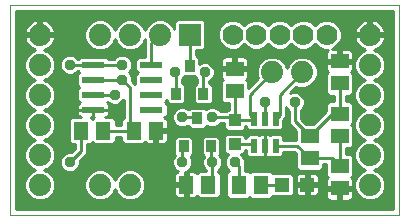
<source format=gtl>
G75*
%MOIN*%
%OFA0B0*%
%FSLAX25Y25*%
%IPPOS*%
%LPD*%
%AMOC8*
5,1,8,0,0,1.08239X$1,22.5*
%
%ADD10C,0.00000*%
%ADD11R,0.05118X0.05906*%
%ADD12R,0.05906X0.05118*%
%ADD13R,0.02000X0.04800*%
%ADD14R,0.07800X0.02100*%
%ADD15R,0.03937X0.03937*%
%ADD16R,0.03200X0.04000*%
%ADD17C,0.07400*%
%ADD18R,0.07400X0.07400*%
%ADD19C,0.07000*%
%ADD20R,0.05118X0.06299*%
%ADD21R,0.04724X0.04724*%
%ADD22C,0.01000*%
%ADD23C,0.03762*%
D10*
X0001500Y0001500D02*
X0001500Y0071461D01*
X0131201Y0071461D01*
X0131201Y0001500D01*
X0001500Y0001500D01*
D11*
X0025260Y0029500D03*
X0032740Y0029500D03*
X0042760Y0029500D03*
X0050240Y0029500D03*
X0060260Y0011500D03*
X0067740Y0011500D03*
D12*
X0101500Y0020260D03*
X0111500Y0017740D03*
X0111500Y0010260D03*
X0111500Y0027760D03*
X0101500Y0027740D03*
X0111500Y0035240D03*
X0111500Y0045260D03*
X0111500Y0052740D03*
X0076500Y0050240D03*
X0076500Y0042760D03*
D13*
X0082760Y0033500D03*
X0086500Y0033500D03*
X0090240Y0033500D03*
X0090240Y0024500D03*
X0086500Y0024500D03*
X0082760Y0024500D03*
D14*
X0048700Y0036500D03*
X0048700Y0041500D03*
X0048700Y0046500D03*
X0048700Y0051500D03*
X0029300Y0051500D03*
X0029300Y0046500D03*
X0029300Y0041500D03*
X0029300Y0036500D03*
D15*
X0076500Y0032937D03*
X0076500Y0025063D03*
D16*
X0068528Y0024276D03*
X0059472Y0024276D03*
X0064000Y0033724D03*
X0066028Y0041776D03*
X0056972Y0041776D03*
X0061500Y0051224D03*
D17*
X0051500Y0061500D03*
X0041500Y0061500D03*
X0031500Y0061500D03*
X0011500Y0061500D03*
X0011500Y0051500D03*
X0011500Y0041500D03*
X0011500Y0031500D03*
X0011500Y0021500D03*
X0011500Y0011500D03*
X0031500Y0011500D03*
X0041500Y0011500D03*
X0089000Y0049000D03*
X0099000Y0049000D03*
X0121500Y0051500D03*
X0121500Y0041500D03*
X0121500Y0031500D03*
X0121500Y0021500D03*
X0121500Y0011500D03*
X0121500Y0061500D03*
D18*
X0061500Y0061500D03*
D19*
X0075831Y0061500D03*
X0083665Y0061500D03*
X0091500Y0061500D03*
X0099335Y0061500D03*
X0107169Y0061500D03*
D20*
X0085240Y0011500D03*
X0077760Y0011500D03*
D21*
X0092366Y0011500D03*
X0100634Y0011500D03*
D22*
X0101134Y0011485D02*
X0107047Y0011485D01*
X0107047Y0010760D02*
X0111000Y0010760D01*
X0111000Y0009760D01*
X0107047Y0009760D01*
X0107047Y0007503D01*
X0107149Y0007122D01*
X0107347Y0006780D01*
X0107626Y0006500D01*
X0107968Y0006303D01*
X0108350Y0006201D01*
X0111000Y0006201D01*
X0111000Y0009760D01*
X0112000Y0009760D01*
X0112000Y0010760D01*
X0115953Y0010760D01*
X0115953Y0013016D01*
X0115851Y0013398D01*
X0115653Y0013740D01*
X0115393Y0014000D01*
X0115953Y0014560D01*
X0115953Y0020921D01*
X0115074Y0021799D01*
X0113500Y0021799D01*
X0113500Y0023701D01*
X0115074Y0023701D01*
X0115953Y0024579D01*
X0115953Y0030940D01*
X0115393Y0031500D01*
X0115953Y0032060D01*
X0115953Y0038421D01*
X0115074Y0039299D01*
X0113500Y0039299D01*
X0113500Y0041201D01*
X0115074Y0041201D01*
X0115953Y0042079D01*
X0115953Y0048440D01*
X0115393Y0049000D01*
X0115653Y0049260D01*
X0115851Y0049602D01*
X0115953Y0049984D01*
X0115953Y0052240D01*
X0112000Y0052240D01*
X0112000Y0053240D01*
X0115953Y0053240D01*
X0115953Y0055497D01*
X0115851Y0055878D01*
X0115653Y0056220D01*
X0115374Y0056499D01*
X0115032Y0056697D01*
X0114650Y0056799D01*
X0112000Y0056799D01*
X0112000Y0053240D01*
X0111000Y0053240D01*
X0111000Y0052240D01*
X0107047Y0052240D01*
X0107047Y0049984D01*
X0107149Y0049602D01*
X0107347Y0049260D01*
X0107607Y0049000D01*
X0107047Y0048440D01*
X0107047Y0042079D01*
X0107926Y0041201D01*
X0109500Y0041201D01*
X0109500Y0039299D01*
X0107926Y0039299D01*
X0107047Y0038421D01*
X0107047Y0036116D01*
X0107000Y0036069D01*
X0102731Y0031799D01*
X0100269Y0031799D01*
X0098500Y0033569D01*
X0098500Y0036218D01*
X0099366Y0037085D01*
X0099881Y0038327D01*
X0099881Y0039673D01*
X0099366Y0040915D01*
X0098415Y0041866D01*
X0097173Y0042381D01*
X0095827Y0042381D01*
X0094773Y0041944D01*
X0097020Y0044192D01*
X0097966Y0043800D01*
X0100034Y0043800D01*
X0101946Y0044592D01*
X0103408Y0046054D01*
X0104200Y0047966D01*
X0104200Y0050034D01*
X0103408Y0051946D01*
X0101946Y0053408D01*
X0100034Y0054200D01*
X0097966Y0054200D01*
X0096054Y0053408D01*
X0094592Y0051946D01*
X0094000Y0050517D01*
X0093408Y0051946D01*
X0091946Y0053408D01*
X0090034Y0054200D01*
X0087966Y0054200D01*
X0086054Y0053408D01*
X0084592Y0051946D01*
X0083800Y0050034D01*
X0083800Y0047966D01*
X0084192Y0047020D01*
X0080953Y0043781D01*
X0080953Y0045940D01*
X0080393Y0046500D01*
X0080653Y0046760D01*
X0080851Y0047102D01*
X0080953Y0047484D01*
X0080953Y0049740D01*
X0077000Y0049740D01*
X0077000Y0050740D01*
X0080953Y0050740D01*
X0080953Y0052997D01*
X0080851Y0053378D01*
X0080653Y0053720D01*
X0080374Y0053999D01*
X0080032Y0054197D01*
X0079650Y0054299D01*
X0077000Y0054299D01*
X0077000Y0050740D01*
X0076000Y0050740D01*
X0076000Y0049740D01*
X0072047Y0049740D01*
X0072047Y0047484D01*
X0072149Y0047102D01*
X0072347Y0046760D01*
X0072607Y0046500D01*
X0072047Y0045940D01*
X0072047Y0039579D01*
X0072926Y0038701D01*
X0074500Y0038701D01*
X0074500Y0036405D01*
X0073910Y0036405D01*
X0073505Y0036000D01*
X0071782Y0036000D01*
X0070915Y0036866D01*
X0069673Y0037381D01*
X0068327Y0037381D01*
X0067085Y0036866D01*
X0066832Y0036614D01*
X0066221Y0037224D01*
X0061779Y0037224D01*
X0061168Y0036614D01*
X0060915Y0036866D01*
X0059673Y0037381D01*
X0058327Y0037381D01*
X0057085Y0036866D01*
X0056134Y0035915D01*
X0055619Y0034673D01*
X0055619Y0033327D01*
X0056134Y0032085D01*
X0057085Y0031134D01*
X0058327Y0030619D01*
X0059673Y0030619D01*
X0060900Y0031127D01*
X0060900Y0031103D01*
X0061779Y0030224D01*
X0066221Y0030224D01*
X0067100Y0031103D01*
X0067100Y0031127D01*
X0068327Y0030619D01*
X0069673Y0030619D01*
X0070915Y0031134D01*
X0071782Y0032000D01*
X0073031Y0032000D01*
X0073031Y0030347D01*
X0073910Y0029469D01*
X0079090Y0029469D01*
X0079968Y0030347D01*
X0079968Y0030937D01*
X0080260Y0030937D01*
X0080260Y0030479D01*
X0081138Y0029600D01*
X0084381Y0029600D01*
X0084630Y0029849D01*
X0084879Y0029600D01*
X0088121Y0029600D01*
X0088370Y0029849D01*
X0088619Y0029600D01*
X0091862Y0029600D01*
X0092740Y0030479D01*
X0092740Y0033172D01*
X0093500Y0033931D01*
X0093500Y0037407D01*
X0093634Y0037085D01*
X0094500Y0036218D01*
X0094500Y0031912D01*
X0097047Y0029364D01*
X0097047Y0026500D01*
X0092740Y0026500D01*
X0092740Y0027521D01*
X0091862Y0028400D01*
X0088619Y0028400D01*
X0088356Y0028138D01*
X0088079Y0028298D01*
X0087697Y0028400D01*
X0086500Y0028400D01*
X0086500Y0024500D01*
X0086500Y0024500D01*
X0086500Y0020600D01*
X0087697Y0020600D01*
X0088079Y0020702D01*
X0088356Y0020862D01*
X0088619Y0020600D01*
X0091862Y0020600D01*
X0092740Y0021479D01*
X0092740Y0022500D01*
X0096431Y0022500D01*
X0097047Y0021884D01*
X0097047Y0017079D01*
X0097926Y0016201D01*
X0105074Y0016201D01*
X0105953Y0017079D01*
X0105953Y0018260D01*
X0107047Y0018260D01*
X0107047Y0014560D01*
X0107607Y0014000D01*
X0107347Y0013740D01*
X0107149Y0013398D01*
X0107047Y0013016D01*
X0107047Y0010760D01*
X0107047Y0009488D02*
X0104496Y0009488D01*
X0104496Y0008940D02*
X0104496Y0011000D01*
X0101134Y0011000D01*
X0101134Y0012000D01*
X0104496Y0012000D01*
X0104496Y0014060D01*
X0104394Y0014441D01*
X0104196Y0014783D01*
X0103917Y0015062D01*
X0103575Y0015260D01*
X0103194Y0015362D01*
X0101134Y0015362D01*
X0101134Y0012000D01*
X0100134Y0012000D01*
X0100134Y0015362D01*
X0098074Y0015362D01*
X0097693Y0015260D01*
X0097351Y0015062D01*
X0097071Y0014783D01*
X0096874Y0014441D01*
X0096772Y0014060D01*
X0096772Y0012000D01*
X0100134Y0012000D01*
X0100134Y0011000D01*
X0101134Y0011000D01*
X0101134Y0007638D01*
X0103194Y0007638D01*
X0103575Y0007740D01*
X0103917Y0007937D01*
X0104196Y0008217D01*
X0104394Y0008559D01*
X0104496Y0008940D01*
X0104354Y0008490D02*
X0107047Y0008490D01*
X0107051Y0007491D02*
X0089061Y0007491D01*
X0089295Y0007725D02*
X0088421Y0006850D01*
X0082060Y0006850D01*
X0081500Y0007410D01*
X0080940Y0006850D01*
X0074579Y0006850D01*
X0073701Y0007729D01*
X0073701Y0015271D01*
X0074574Y0016144D01*
X0073634Y0017085D01*
X0073119Y0018327D01*
X0073119Y0019673D01*
X0073634Y0020915D01*
X0074313Y0021594D01*
X0073910Y0021594D01*
X0073031Y0022473D01*
X0073031Y0027653D01*
X0073910Y0028531D01*
X0079090Y0028531D01*
X0079968Y0027653D01*
X0079968Y0027063D01*
X0080260Y0027063D01*
X0080260Y0027521D01*
X0081138Y0028400D01*
X0084381Y0028400D01*
X0084644Y0028138D01*
X0084921Y0028298D01*
X0085303Y0028400D01*
X0086500Y0028400D01*
X0086500Y0024500D01*
X0086500Y0024500D01*
X0086500Y0020600D01*
X0085303Y0020600D01*
X0084921Y0020702D01*
X0084644Y0020862D01*
X0084381Y0020600D01*
X0081138Y0020600D01*
X0080260Y0021479D01*
X0080260Y0023063D01*
X0079968Y0023063D01*
X0079968Y0022473D01*
X0079090Y0021594D01*
X0078687Y0021594D01*
X0079366Y0020915D01*
X0079881Y0019673D01*
X0079881Y0018327D01*
X0079760Y0018035D01*
X0079760Y0016150D01*
X0080940Y0016150D01*
X0081500Y0015590D01*
X0082060Y0016150D01*
X0088421Y0016150D01*
X0089295Y0015275D01*
X0089383Y0015362D01*
X0095350Y0015362D01*
X0096228Y0014484D01*
X0096228Y0008516D01*
X0095350Y0007638D01*
X0089383Y0007638D01*
X0089295Y0007725D01*
X0092366Y0011500D02*
X0085240Y0011500D01*
X0089091Y0015479D02*
X0107047Y0015479D01*
X0107047Y0016478D02*
X0105351Y0016478D01*
X0105953Y0017476D02*
X0107047Y0017476D01*
X0108980Y0020260D02*
X0111500Y0017740D01*
X0111500Y0027760D01*
X0115953Y0027461D02*
X0118185Y0027461D01*
X0118554Y0027092D02*
X0119983Y0026500D01*
X0118554Y0025908D01*
X0117092Y0024446D01*
X0116300Y0022534D01*
X0116300Y0020466D01*
X0117092Y0018554D01*
X0118554Y0017092D01*
X0119983Y0016500D01*
X0118554Y0015908D01*
X0117092Y0014446D01*
X0116300Y0012534D01*
X0116300Y0010466D01*
X0117092Y0008554D01*
X0118554Y0007092D01*
X0120466Y0006300D01*
X0122534Y0006300D01*
X0124446Y0007092D01*
X0125908Y0008554D01*
X0126700Y0010466D01*
X0126700Y0012534D01*
X0125908Y0014446D01*
X0124446Y0015908D01*
X0123017Y0016500D01*
X0124446Y0017092D01*
X0125908Y0018554D01*
X0126700Y0020466D01*
X0126700Y0022534D01*
X0125908Y0024446D01*
X0124446Y0025908D01*
X0123017Y0026500D01*
X0124446Y0027092D01*
X0125908Y0028554D01*
X0126700Y0030466D01*
X0126700Y0032534D01*
X0125908Y0034446D01*
X0124446Y0035908D01*
X0123017Y0036500D01*
X0124446Y0037092D01*
X0125908Y0038554D01*
X0126700Y0040466D01*
X0126700Y0042534D01*
X0125908Y0044446D01*
X0124446Y0045908D01*
X0123017Y0046500D01*
X0124446Y0047092D01*
X0125908Y0048554D01*
X0126700Y0050466D01*
X0126700Y0052534D01*
X0125908Y0054446D01*
X0124446Y0055908D01*
X0122983Y0056514D01*
X0123496Y0056681D01*
X0124225Y0057053D01*
X0124888Y0057534D01*
X0125466Y0058112D01*
X0125947Y0058775D01*
X0126319Y0059504D01*
X0126572Y0060282D01*
X0126686Y0061000D01*
X0122000Y0061000D01*
X0122000Y0062000D01*
X0126686Y0062000D01*
X0126572Y0062718D01*
X0126319Y0063496D01*
X0125947Y0064225D01*
X0125466Y0064888D01*
X0124888Y0065466D01*
X0124225Y0065947D01*
X0123496Y0066319D01*
X0122718Y0066572D01*
X0122000Y0066686D01*
X0122000Y0062000D01*
X0121000Y0062000D01*
X0121000Y0066686D01*
X0120282Y0066572D01*
X0119504Y0066319D01*
X0118775Y0065947D01*
X0118112Y0065466D01*
X0117534Y0064888D01*
X0117053Y0064225D01*
X0116681Y0063496D01*
X0116428Y0062718D01*
X0116314Y0062000D01*
X0121000Y0062000D01*
X0121000Y0061000D01*
X0116314Y0061000D01*
X0116428Y0060282D01*
X0116681Y0059504D01*
X0117053Y0058775D01*
X0117534Y0058112D01*
X0118112Y0057534D01*
X0118775Y0057053D01*
X0119504Y0056681D01*
X0120017Y0056514D01*
X0118554Y0055908D01*
X0117092Y0054446D01*
X0116300Y0052534D01*
X0116300Y0050466D01*
X0117092Y0048554D01*
X0118554Y0047092D01*
X0119983Y0046500D01*
X0118554Y0045908D01*
X0117092Y0044446D01*
X0116300Y0042534D01*
X0116300Y0040466D01*
X0117092Y0038554D01*
X0118554Y0037092D01*
X0119983Y0036500D01*
X0118554Y0035908D01*
X0117092Y0034446D01*
X0116300Y0032534D01*
X0116300Y0030466D01*
X0117092Y0028554D01*
X0118554Y0027092D01*
X0119893Y0026463D02*
X0115953Y0026463D01*
X0115953Y0025464D02*
X0118110Y0025464D01*
X0117112Y0024466D02*
X0115839Y0024466D01*
X0116686Y0023467D02*
X0113500Y0023467D01*
X0113500Y0022469D02*
X0116300Y0022469D01*
X0116300Y0021470D02*
X0115403Y0021470D01*
X0115953Y0020472D02*
X0116300Y0020472D01*
X0115953Y0019473D02*
X0116711Y0019473D01*
X0117171Y0018475D02*
X0115953Y0018475D01*
X0115953Y0017476D02*
X0118170Y0017476D01*
X0119929Y0016478D02*
X0115953Y0016478D01*
X0115953Y0015479D02*
X0118125Y0015479D01*
X0117127Y0014481D02*
X0115874Y0014481D01*
X0115802Y0013482D02*
X0116693Y0013482D01*
X0116300Y0012484D02*
X0115953Y0012484D01*
X0115953Y0011485D02*
X0116300Y0011485D01*
X0116300Y0010487D02*
X0112000Y0010487D01*
X0112000Y0009760D02*
X0115953Y0009760D01*
X0115953Y0007503D01*
X0115851Y0007122D01*
X0115653Y0006780D01*
X0115374Y0006500D01*
X0115032Y0006303D01*
X0114650Y0006201D01*
X0112000Y0006201D01*
X0112000Y0009760D01*
X0112000Y0009488D02*
X0111000Y0009488D01*
X0111000Y0008490D02*
X0112000Y0008490D01*
X0112000Y0007491D02*
X0111000Y0007491D01*
X0111000Y0006493D02*
X0112000Y0006493D01*
X0115360Y0006493D02*
X0120001Y0006493D01*
X0118155Y0007491D02*
X0115949Y0007491D01*
X0115953Y0008490D02*
X0117156Y0008490D01*
X0116705Y0009488D02*
X0115953Y0009488D01*
X0111000Y0010487D02*
X0104496Y0010487D01*
X0101134Y0010487D02*
X0100134Y0010487D01*
X0100134Y0011000D02*
X0100134Y0007638D01*
X0098074Y0007638D01*
X0097693Y0007740D01*
X0097351Y0007937D01*
X0097071Y0008217D01*
X0096874Y0008559D01*
X0096772Y0008940D01*
X0096772Y0011000D01*
X0100134Y0011000D01*
X0100134Y0011485D02*
X0096228Y0011485D01*
X0096228Y0010487D02*
X0096772Y0010487D01*
X0096772Y0009488D02*
X0096228Y0009488D01*
X0096201Y0008490D02*
X0096914Y0008490D01*
X0100134Y0008490D02*
X0101134Y0008490D01*
X0101134Y0009488D02*
X0100134Y0009488D01*
X0100134Y0012484D02*
X0101134Y0012484D01*
X0101134Y0013482D02*
X0100134Y0013482D01*
X0100134Y0014481D02*
X0101134Y0014481D01*
X0104371Y0014481D02*
X0107126Y0014481D01*
X0107198Y0013482D02*
X0104496Y0013482D01*
X0104496Y0012484D02*
X0107047Y0012484D01*
X0097649Y0016478D02*
X0079760Y0016478D01*
X0079760Y0017476D02*
X0097047Y0017476D01*
X0097047Y0018475D02*
X0079881Y0018475D01*
X0079881Y0019473D02*
X0097047Y0019473D01*
X0097047Y0020472D02*
X0079550Y0020472D01*
X0080268Y0021470D02*
X0078811Y0021470D01*
X0079964Y0022469D02*
X0080260Y0022469D01*
X0082760Y0024500D02*
X0082197Y0025063D01*
X0076500Y0025063D01*
X0073031Y0025464D02*
X0071628Y0025464D01*
X0071628Y0024466D02*
X0073031Y0024466D01*
X0073031Y0023467D02*
X0071628Y0023467D01*
X0071628Y0022469D02*
X0073036Y0022469D01*
X0074189Y0021470D02*
X0071444Y0021470D01*
X0071377Y0021404D02*
X0071628Y0021654D01*
X0071628Y0026897D01*
X0070749Y0027776D01*
X0066306Y0027776D01*
X0065428Y0026897D01*
X0065428Y0021654D01*
X0066150Y0020932D01*
X0066134Y0020915D01*
X0065619Y0019673D01*
X0065619Y0018327D01*
X0066134Y0017085D01*
X0067000Y0016218D01*
X0067000Y0015953D01*
X0064560Y0015953D01*
X0064000Y0015393D01*
X0063740Y0015653D01*
X0063398Y0015851D01*
X0063016Y0015953D01*
X0060760Y0015953D01*
X0060760Y0012000D01*
X0059760Y0012000D01*
X0059760Y0015655D01*
X0060915Y0016134D01*
X0061866Y0017085D01*
X0062381Y0018327D01*
X0062381Y0019673D01*
X0061866Y0020915D01*
X0061850Y0020932D01*
X0062572Y0021654D01*
X0062572Y0026897D01*
X0061694Y0027776D01*
X0057251Y0027776D01*
X0056372Y0026897D01*
X0056372Y0021654D01*
X0056623Y0021404D01*
X0056134Y0020915D01*
X0055619Y0019673D01*
X0055619Y0018327D01*
X0056134Y0017085D01*
X0057085Y0016134D01*
X0057521Y0015953D01*
X0057503Y0015953D01*
X0057122Y0015851D01*
X0056780Y0015653D01*
X0056500Y0015374D01*
X0056303Y0015032D01*
X0056201Y0014650D01*
X0056201Y0012000D01*
X0059760Y0012000D01*
X0059760Y0011000D01*
X0060760Y0011000D01*
X0060760Y0007047D01*
X0063016Y0007047D01*
X0063398Y0007149D01*
X0063740Y0007347D01*
X0064000Y0007607D01*
X0064560Y0007047D01*
X0070921Y0007047D01*
X0071799Y0007926D01*
X0071799Y0015074D01*
X0071000Y0015873D01*
X0071000Y0016218D01*
X0071866Y0017085D01*
X0072381Y0018327D01*
X0072381Y0019673D01*
X0071866Y0020915D01*
X0071377Y0021404D01*
X0072050Y0020472D02*
X0073450Y0020472D01*
X0073119Y0019473D02*
X0072381Y0019473D01*
X0072381Y0018475D02*
X0073119Y0018475D01*
X0073471Y0017476D02*
X0072028Y0017476D01*
X0071259Y0016478D02*
X0074241Y0016478D01*
X0073909Y0015479D02*
X0071394Y0015479D01*
X0071799Y0014481D02*
X0073701Y0014481D01*
X0073701Y0013482D02*
X0071799Y0013482D01*
X0071799Y0012484D02*
X0073701Y0012484D01*
X0073701Y0011485D02*
X0071799Y0011485D01*
X0071799Y0010487D02*
X0073701Y0010487D01*
X0073701Y0009488D02*
X0071799Y0009488D01*
X0071799Y0008490D02*
X0073701Y0008490D01*
X0073939Y0007491D02*
X0071364Y0007491D01*
X0067740Y0011500D02*
X0069000Y0012760D01*
X0069000Y0019000D01*
X0068528Y0019472D01*
X0068528Y0024276D01*
X0065428Y0024466D02*
X0062572Y0024466D01*
X0062572Y0025464D02*
X0065428Y0025464D01*
X0065428Y0026463D02*
X0062572Y0026463D01*
X0062008Y0027461D02*
X0065992Y0027461D01*
X0066454Y0030457D02*
X0073031Y0030457D01*
X0073031Y0031455D02*
X0071237Y0031455D01*
X0069000Y0034000D02*
X0075437Y0034000D01*
X0076500Y0032937D01*
X0076500Y0042760D01*
X0072047Y0042439D02*
X0069128Y0042439D01*
X0069128Y0043437D02*
X0072047Y0043437D01*
X0072047Y0044436D02*
X0069088Y0044436D01*
X0069128Y0044397D02*
X0068249Y0045276D01*
X0068028Y0045276D01*
X0068028Y0045973D01*
X0068415Y0046134D01*
X0069366Y0047085D01*
X0069881Y0048327D01*
X0069881Y0049673D01*
X0069366Y0050915D01*
X0068415Y0051866D01*
X0067173Y0052381D01*
X0065827Y0052381D01*
X0064600Y0051873D01*
X0064600Y0053846D01*
X0063721Y0054724D01*
X0063500Y0054724D01*
X0063500Y0056300D01*
X0065821Y0056300D01*
X0066700Y0057179D01*
X0066700Y0065821D01*
X0065821Y0066700D01*
X0057179Y0066700D01*
X0056300Y0065821D01*
X0056300Y0063500D01*
X0055908Y0064446D01*
X0054446Y0065908D01*
X0052534Y0066700D01*
X0050466Y0066700D01*
X0048554Y0065908D01*
X0047092Y0064446D01*
X0046500Y0063017D01*
X0045908Y0064446D01*
X0044446Y0065908D01*
X0042534Y0066700D01*
X0040466Y0066700D01*
X0038554Y0065908D01*
X0037092Y0064446D01*
X0036500Y0063017D01*
X0035908Y0064446D01*
X0034446Y0065908D01*
X0032534Y0066700D01*
X0030466Y0066700D01*
X0028554Y0065908D01*
X0027092Y0064446D01*
X0026300Y0062534D01*
X0026300Y0060466D01*
X0027092Y0058554D01*
X0028554Y0057092D01*
X0030466Y0056300D01*
X0032534Y0056300D01*
X0034446Y0057092D01*
X0035908Y0058554D01*
X0036500Y0059983D01*
X0037092Y0058554D01*
X0038554Y0057092D01*
X0040466Y0056300D01*
X0042534Y0056300D01*
X0044446Y0057092D01*
X0045908Y0058554D01*
X0046500Y0059983D01*
X0046700Y0059500D01*
X0046700Y0054050D01*
X0044179Y0054050D01*
X0043300Y0053171D01*
X0043300Y0049829D01*
X0044129Y0049000D01*
X0043300Y0048171D01*
X0043300Y0045028D01*
X0042381Y0045947D01*
X0042381Y0047173D01*
X0041866Y0048415D01*
X0041282Y0049000D01*
X0041866Y0049585D01*
X0042381Y0050827D01*
X0042381Y0052173D01*
X0041866Y0053415D01*
X0040915Y0054366D01*
X0039673Y0054881D01*
X0038327Y0054881D01*
X0037085Y0054366D01*
X0036218Y0053500D01*
X0034371Y0053500D01*
X0033821Y0054050D01*
X0024779Y0054050D01*
X0024255Y0053526D01*
X0023415Y0054366D01*
X0022173Y0054881D01*
X0020827Y0054881D01*
X0019585Y0054366D01*
X0018634Y0053415D01*
X0018119Y0052173D01*
X0018119Y0050827D01*
X0018634Y0049585D01*
X0019585Y0048634D01*
X0020827Y0048119D01*
X0022173Y0048119D01*
X0023415Y0048634D01*
X0024255Y0049474D01*
X0024729Y0049000D01*
X0023900Y0048171D01*
X0023900Y0044829D01*
X0024729Y0044000D01*
X0023900Y0043171D01*
X0023900Y0039829D01*
X0024779Y0038950D01*
X0024829Y0038950D01*
X0024821Y0038948D01*
X0024479Y0038750D01*
X0024200Y0038471D01*
X0024002Y0038129D01*
X0023900Y0037747D01*
X0023900Y0036525D01*
X0029275Y0036525D01*
X0029275Y0036475D01*
X0023900Y0036475D01*
X0023900Y0035253D01*
X0024002Y0034871D01*
X0024200Y0034529D01*
X0024479Y0034250D01*
X0024821Y0034052D01*
X0025192Y0033953D01*
X0022079Y0033953D01*
X0021201Y0033074D01*
X0021201Y0025926D01*
X0022079Y0025047D01*
X0023260Y0025047D01*
X0023260Y0023588D01*
X0022053Y0022381D01*
X0020827Y0022381D01*
X0019585Y0021866D01*
X0018634Y0020915D01*
X0018119Y0019673D01*
X0018119Y0018327D01*
X0018634Y0017085D01*
X0019585Y0016134D01*
X0020827Y0015619D01*
X0022173Y0015619D01*
X0023415Y0016134D01*
X0024366Y0017085D01*
X0024881Y0018327D01*
X0024881Y0019553D01*
X0027260Y0021931D01*
X0027260Y0025047D01*
X0028440Y0025047D01*
X0029000Y0025607D01*
X0029560Y0025047D01*
X0035921Y0025047D01*
X0036799Y0025926D01*
X0036799Y0027500D01*
X0038701Y0027500D01*
X0038701Y0025926D01*
X0039579Y0025047D01*
X0045940Y0025047D01*
X0046500Y0025607D01*
X0046760Y0025347D01*
X0047102Y0025149D01*
X0047484Y0025047D01*
X0049740Y0025047D01*
X0049740Y0029000D01*
X0050740Y0029000D01*
X0050740Y0025047D01*
X0052997Y0025047D01*
X0053378Y0025149D01*
X0053720Y0025347D01*
X0053999Y0025626D01*
X0054197Y0025968D01*
X0054299Y0026350D01*
X0054299Y0029000D01*
X0050740Y0029000D01*
X0050740Y0030000D01*
X0054299Y0030000D01*
X0054299Y0032650D01*
X0054197Y0033032D01*
X0053999Y0033374D01*
X0053720Y0033653D01*
X0053378Y0033851D01*
X0053007Y0033950D01*
X0053221Y0033950D01*
X0054100Y0034829D01*
X0054100Y0038171D01*
X0053271Y0039000D01*
X0053872Y0039601D01*
X0053872Y0039154D01*
X0054751Y0038276D01*
X0059194Y0038276D01*
X0060072Y0039154D01*
X0060072Y0044397D01*
X0059194Y0045276D01*
X0058972Y0045276D01*
X0058972Y0046691D01*
X0059366Y0047085D01*
X0059631Y0047724D01*
X0063369Y0047724D01*
X0063634Y0047085D01*
X0064028Y0046691D01*
X0064028Y0045276D01*
X0063806Y0045276D01*
X0062928Y0044397D01*
X0062928Y0039154D01*
X0063806Y0038276D01*
X0068249Y0038276D01*
X0069128Y0039154D01*
X0069128Y0044397D01*
X0068028Y0045434D02*
X0072047Y0045434D01*
X0072540Y0046433D02*
X0068715Y0046433D01*
X0069510Y0047432D02*
X0072061Y0047432D01*
X0072047Y0048430D02*
X0069881Y0048430D01*
X0069881Y0049429D02*
X0072047Y0049429D01*
X0072047Y0050740D02*
X0072047Y0052997D01*
X0072149Y0053378D01*
X0072347Y0053720D01*
X0072626Y0053999D01*
X0072968Y0054197D01*
X0073350Y0054299D01*
X0076000Y0054299D01*
X0076000Y0050740D01*
X0072047Y0050740D01*
X0072047Y0051426D02*
X0068856Y0051426D01*
X0069569Y0050427D02*
X0076000Y0050427D01*
X0076000Y0051426D02*
X0077000Y0051426D01*
X0077000Y0052424D02*
X0076000Y0052424D01*
X0076000Y0053423D02*
X0077000Y0053423D01*
X0080825Y0053423D02*
X0086089Y0053423D01*
X0085070Y0052424D02*
X0080953Y0052424D01*
X0080953Y0051426D02*
X0084376Y0051426D01*
X0083963Y0050427D02*
X0077000Y0050427D01*
X0080953Y0049429D02*
X0083800Y0049429D01*
X0083800Y0048430D02*
X0080953Y0048430D01*
X0080939Y0047432D02*
X0084021Y0047432D01*
X0083605Y0046433D02*
X0080460Y0046433D01*
X0080953Y0045434D02*
X0082606Y0045434D01*
X0081608Y0044436D02*
X0080953Y0044436D01*
X0081500Y0041500D02*
X0089000Y0049000D01*
X0092930Y0052424D02*
X0095070Y0052424D01*
X0094376Y0051426D02*
X0093624Y0051426D01*
X0091911Y0053423D02*
X0096089Y0053423D01*
X0098340Y0056500D02*
X0100329Y0056500D01*
X0102167Y0057261D01*
X0103252Y0058346D01*
X0104337Y0057261D01*
X0106175Y0056500D01*
X0107627Y0056500D01*
X0107626Y0056499D01*
X0107347Y0056220D01*
X0107149Y0055878D01*
X0107047Y0055497D01*
X0107047Y0053240D01*
X0111000Y0053240D01*
X0111000Y0056799D01*
X0108886Y0056799D01*
X0110002Y0057261D01*
X0111408Y0058668D01*
X0112169Y0060505D01*
X0112169Y0062495D01*
X0111408Y0064332D01*
X0110002Y0065739D01*
X0108164Y0066500D01*
X0106175Y0066500D01*
X0104337Y0065739D01*
X0103252Y0064654D01*
X0102167Y0065739D01*
X0100329Y0066500D01*
X0098340Y0066500D01*
X0096502Y0065739D01*
X0095417Y0064654D01*
X0094332Y0065739D01*
X0092495Y0066500D01*
X0090505Y0066500D01*
X0088668Y0065739D01*
X0087583Y0064654D01*
X0086498Y0065739D01*
X0084660Y0066500D01*
X0082671Y0066500D01*
X0080833Y0065739D01*
X0079748Y0064654D01*
X0078663Y0065739D01*
X0076825Y0066500D01*
X0074836Y0066500D01*
X0072998Y0065739D01*
X0071592Y0064332D01*
X0070831Y0062495D01*
X0070831Y0060505D01*
X0071592Y0058668D01*
X0072998Y0057261D01*
X0074836Y0056500D01*
X0076825Y0056500D01*
X0078663Y0057261D01*
X0079748Y0058346D01*
X0080833Y0057261D01*
X0082671Y0056500D01*
X0084660Y0056500D01*
X0086498Y0057261D01*
X0087583Y0058346D01*
X0088668Y0057261D01*
X0090505Y0056500D01*
X0092495Y0056500D01*
X0094332Y0057261D01*
X0095417Y0058346D01*
X0096502Y0057261D01*
X0098340Y0056500D01*
X0096347Y0057417D02*
X0094488Y0057417D01*
X0088512Y0057417D02*
X0086653Y0057417D01*
X0080678Y0057417D02*
X0078818Y0057417D01*
X0072843Y0057417D02*
X0066700Y0057417D01*
X0065939Y0056418D02*
X0107545Y0056418D01*
X0107047Y0055420D02*
X0063500Y0055420D01*
X0064025Y0054421D02*
X0107047Y0054421D01*
X0107047Y0053423D02*
X0101911Y0053423D01*
X0102930Y0052424D02*
X0111000Y0052424D01*
X0112000Y0052424D02*
X0116300Y0052424D01*
X0116300Y0051426D02*
X0115953Y0051426D01*
X0115953Y0050427D02*
X0116316Y0050427D01*
X0116730Y0049429D02*
X0115750Y0049429D01*
X0115953Y0048430D02*
X0117216Y0048430D01*
X0118215Y0047432D02*
X0115953Y0047432D01*
X0115953Y0046433D02*
X0119821Y0046433D01*
X0118081Y0045434D02*
X0115953Y0045434D01*
X0115953Y0044436D02*
X0117088Y0044436D01*
X0116674Y0043437D02*
X0115953Y0043437D01*
X0115953Y0042439D02*
X0116300Y0042439D01*
X0116300Y0041440D02*
X0115314Y0041440D01*
X0116310Y0040442D02*
X0113500Y0040442D01*
X0113500Y0039443D02*
X0116723Y0039443D01*
X0117201Y0038445D02*
X0115928Y0038445D01*
X0115953Y0037446D02*
X0118200Y0037446D01*
X0119857Y0036448D02*
X0115953Y0036448D01*
X0115953Y0035449D02*
X0118095Y0035449D01*
X0117097Y0034451D02*
X0115953Y0034451D01*
X0115953Y0033452D02*
X0116680Y0033452D01*
X0116300Y0032454D02*
X0115953Y0032454D01*
X0116300Y0031455D02*
X0115438Y0031455D01*
X0115953Y0030457D02*
X0116304Y0030457D01*
X0115953Y0029458D02*
X0116717Y0029458D01*
X0117186Y0028460D02*
X0115953Y0028460D01*
X0123107Y0026463D02*
X0129201Y0026463D01*
X0129201Y0027461D02*
X0124815Y0027461D01*
X0125814Y0028460D02*
X0129201Y0028460D01*
X0129201Y0029458D02*
X0126283Y0029458D01*
X0126696Y0030457D02*
X0129201Y0030457D01*
X0129201Y0031455D02*
X0126700Y0031455D01*
X0126700Y0032454D02*
X0129201Y0032454D01*
X0129201Y0033452D02*
X0126320Y0033452D01*
X0125903Y0034451D02*
X0129201Y0034451D01*
X0129201Y0035449D02*
X0124905Y0035449D01*
X0123143Y0036448D02*
X0129201Y0036448D01*
X0129201Y0037446D02*
X0124800Y0037446D01*
X0125799Y0038445D02*
X0129201Y0038445D01*
X0129201Y0039443D02*
X0126277Y0039443D01*
X0126690Y0040442D02*
X0129201Y0040442D01*
X0129201Y0041440D02*
X0126700Y0041440D01*
X0126700Y0042439D02*
X0129201Y0042439D01*
X0129201Y0043437D02*
X0126326Y0043437D01*
X0125912Y0044436D02*
X0129201Y0044436D01*
X0129201Y0045434D02*
X0124919Y0045434D01*
X0123179Y0046433D02*
X0129201Y0046433D01*
X0129201Y0047432D02*
X0124785Y0047432D01*
X0125784Y0048430D02*
X0129201Y0048430D01*
X0129201Y0049429D02*
X0126270Y0049429D01*
X0126684Y0050427D02*
X0129201Y0050427D01*
X0129201Y0051426D02*
X0126700Y0051426D01*
X0126700Y0052424D02*
X0129201Y0052424D01*
X0129201Y0053423D02*
X0126332Y0053423D01*
X0125918Y0054421D02*
X0129201Y0054421D01*
X0129201Y0055420D02*
X0124934Y0055420D01*
X0123215Y0056418D02*
X0129201Y0056418D01*
X0129201Y0057417D02*
X0124726Y0057417D01*
X0125686Y0058415D02*
X0129201Y0058415D01*
X0129201Y0059414D02*
X0126273Y0059414D01*
X0126593Y0060412D02*
X0129201Y0060412D01*
X0129201Y0061411D02*
X0122000Y0061411D01*
X0122000Y0062409D02*
X0121000Y0062409D01*
X0121000Y0061411D02*
X0112169Y0061411D01*
X0112169Y0062409D02*
X0116379Y0062409D01*
X0116652Y0063408D02*
X0111791Y0063408D01*
X0111334Y0064406D02*
X0117184Y0064406D01*
X0118051Y0065405D02*
X0110336Y0065405D01*
X0108397Y0066403D02*
X0119763Y0066403D01*
X0121000Y0066403D02*
X0122000Y0066403D01*
X0122000Y0065405D02*
X0121000Y0065405D01*
X0121000Y0064406D02*
X0122000Y0064406D01*
X0122000Y0063408D02*
X0121000Y0063408D01*
X0124949Y0065405D02*
X0129201Y0065405D01*
X0129201Y0066403D02*
X0123237Y0066403D01*
X0125816Y0064406D02*
X0129201Y0064406D01*
X0129201Y0063408D02*
X0126348Y0063408D01*
X0126621Y0062409D02*
X0129201Y0062409D01*
X0129201Y0067402D02*
X0003500Y0067402D01*
X0003500Y0068400D02*
X0129201Y0068400D01*
X0129201Y0069399D02*
X0003500Y0069399D01*
X0003500Y0069461D02*
X0129201Y0069461D01*
X0129201Y0003500D01*
X0003500Y0003500D01*
X0003500Y0069461D01*
X0003500Y0066403D02*
X0009763Y0066403D01*
X0009504Y0066319D02*
X0008775Y0065947D01*
X0008112Y0065466D01*
X0007534Y0064888D01*
X0007053Y0064225D01*
X0006681Y0063496D01*
X0006428Y0062718D01*
X0006314Y0062000D01*
X0011000Y0062000D01*
X0011000Y0066686D01*
X0010282Y0066572D01*
X0009504Y0066319D01*
X0011000Y0066403D02*
X0012000Y0066403D01*
X0012000Y0066686D02*
X0012718Y0066572D01*
X0013496Y0066319D01*
X0014225Y0065947D01*
X0014888Y0065466D01*
X0015466Y0064888D01*
X0015947Y0064225D01*
X0016319Y0063496D01*
X0016572Y0062718D01*
X0016686Y0062000D01*
X0012000Y0062000D01*
X0012000Y0061000D01*
X0016686Y0061000D01*
X0016572Y0060282D01*
X0016319Y0059504D01*
X0015947Y0058775D01*
X0015466Y0058112D01*
X0014888Y0057534D01*
X0014225Y0057053D01*
X0013496Y0056681D01*
X0012983Y0056514D01*
X0014446Y0055908D01*
X0015908Y0054446D01*
X0016700Y0052534D01*
X0016700Y0050466D01*
X0015908Y0048554D01*
X0014446Y0047092D01*
X0013017Y0046500D01*
X0014446Y0045908D01*
X0015908Y0044446D01*
X0016700Y0042534D01*
X0016700Y0040466D01*
X0015908Y0038554D01*
X0014446Y0037092D01*
X0013017Y0036500D01*
X0014446Y0035908D01*
X0015908Y0034446D01*
X0016700Y0032534D01*
X0016700Y0030466D01*
X0015908Y0028554D01*
X0014446Y0027092D01*
X0013017Y0026500D01*
X0014446Y0025908D01*
X0015908Y0024446D01*
X0016700Y0022534D01*
X0016700Y0020466D01*
X0015908Y0018554D01*
X0014446Y0017092D01*
X0013017Y0016500D01*
X0014446Y0015908D01*
X0015908Y0014446D01*
X0016700Y0012534D01*
X0016700Y0010466D01*
X0015908Y0008554D01*
X0014446Y0007092D01*
X0012534Y0006300D01*
X0010466Y0006300D01*
X0008554Y0007092D01*
X0007092Y0008554D01*
X0006300Y0010466D01*
X0006300Y0012534D01*
X0007092Y0014446D01*
X0008554Y0015908D01*
X0009983Y0016500D01*
X0008554Y0017092D01*
X0007092Y0018554D01*
X0006300Y0020466D01*
X0006300Y0022534D01*
X0007092Y0024446D01*
X0008554Y0025908D01*
X0009983Y0026500D01*
X0008554Y0027092D01*
X0007092Y0028554D01*
X0006300Y0030466D01*
X0006300Y0032534D01*
X0007092Y0034446D01*
X0008554Y0035908D01*
X0009983Y0036500D01*
X0008554Y0037092D01*
X0007092Y0038554D01*
X0006300Y0040466D01*
X0006300Y0042534D01*
X0007092Y0044446D01*
X0008554Y0045908D01*
X0009983Y0046500D01*
X0008554Y0047092D01*
X0007092Y0048554D01*
X0006300Y0050466D01*
X0006300Y0052534D01*
X0007092Y0054446D01*
X0008554Y0055908D01*
X0010017Y0056514D01*
X0009504Y0056681D01*
X0008775Y0057053D01*
X0008112Y0057534D01*
X0007534Y0058112D01*
X0007053Y0058775D01*
X0006681Y0059504D01*
X0006428Y0060282D01*
X0006314Y0061000D01*
X0011000Y0061000D01*
X0011000Y0062000D01*
X0012000Y0062000D01*
X0012000Y0066686D01*
X0013237Y0066403D02*
X0029749Y0066403D01*
X0028051Y0065405D02*
X0014949Y0065405D01*
X0015816Y0064406D02*
X0027075Y0064406D01*
X0026662Y0063408D02*
X0016348Y0063408D01*
X0016621Y0062409D02*
X0026300Y0062409D01*
X0026300Y0061411D02*
X0012000Y0061411D01*
X0012000Y0062409D02*
X0011000Y0062409D01*
X0011000Y0061411D02*
X0003500Y0061411D01*
X0003500Y0062409D02*
X0006379Y0062409D01*
X0006652Y0063408D02*
X0003500Y0063408D01*
X0003500Y0064406D02*
X0007184Y0064406D01*
X0008051Y0065405D02*
X0003500Y0065405D01*
X0011000Y0065405D02*
X0012000Y0065405D01*
X0012000Y0064406D02*
X0011000Y0064406D01*
X0011000Y0063408D02*
X0012000Y0063408D01*
X0016593Y0060412D02*
X0026322Y0060412D01*
X0026736Y0059414D02*
X0016273Y0059414D01*
X0015686Y0058415D02*
X0027231Y0058415D01*
X0028229Y0057417D02*
X0014726Y0057417D01*
X0013215Y0056418D02*
X0030180Y0056418D01*
X0032820Y0056418D02*
X0040180Y0056418D01*
X0038229Y0057417D02*
X0034771Y0057417D01*
X0035769Y0058415D02*
X0037231Y0058415D01*
X0036736Y0059414D02*
X0036264Y0059414D01*
X0036338Y0063408D02*
X0036662Y0063408D01*
X0037075Y0064406D02*
X0035925Y0064406D01*
X0034949Y0065405D02*
X0038051Y0065405D01*
X0039749Y0066403D02*
X0033251Y0066403D01*
X0043251Y0066403D02*
X0049749Y0066403D01*
X0048051Y0065405D02*
X0044949Y0065405D01*
X0045925Y0064406D02*
X0047075Y0064406D01*
X0046662Y0063408D02*
X0046338Y0063408D01*
X0048700Y0058700D02*
X0051500Y0061500D01*
X0046700Y0059414D02*
X0046264Y0059414D01*
X0046700Y0058415D02*
X0045769Y0058415D01*
X0046700Y0057417D02*
X0044771Y0057417D01*
X0046700Y0056418D02*
X0042820Y0056418D01*
X0040783Y0054421D02*
X0046700Y0054421D01*
X0046700Y0055420D02*
X0014934Y0055420D01*
X0015918Y0054421D02*
X0019717Y0054421D01*
X0018641Y0053423D02*
X0016332Y0053423D01*
X0016700Y0052424D02*
X0018223Y0052424D01*
X0018119Y0051426D02*
X0016700Y0051426D01*
X0016684Y0050427D02*
X0018285Y0050427D01*
X0018790Y0049429D02*
X0016270Y0049429D01*
X0015784Y0048430D02*
X0020076Y0048430D01*
X0022924Y0048430D02*
X0024159Y0048430D01*
X0024210Y0049429D02*
X0024300Y0049429D01*
X0023900Y0047432D02*
X0014785Y0047432D01*
X0013179Y0046433D02*
X0023900Y0046433D01*
X0023900Y0045434D02*
X0014919Y0045434D01*
X0015912Y0044436D02*
X0024293Y0044436D01*
X0024166Y0043437D02*
X0016326Y0043437D01*
X0016700Y0042439D02*
X0023900Y0042439D01*
X0023900Y0041440D02*
X0016700Y0041440D01*
X0016690Y0040442D02*
X0023900Y0040442D01*
X0024285Y0039443D02*
X0016277Y0039443D01*
X0015799Y0038445D02*
X0024185Y0038445D01*
X0023900Y0037446D02*
X0014800Y0037446D01*
X0013143Y0036448D02*
X0023900Y0036448D01*
X0023900Y0035449D02*
X0014905Y0035449D01*
X0015903Y0034451D02*
X0024278Y0034451D01*
X0021579Y0033452D02*
X0016320Y0033452D01*
X0016700Y0032454D02*
X0021201Y0032454D01*
X0021201Y0031455D02*
X0016700Y0031455D01*
X0016696Y0030457D02*
X0021201Y0030457D01*
X0021201Y0029458D02*
X0016283Y0029458D01*
X0015814Y0028460D02*
X0021201Y0028460D01*
X0021201Y0027461D02*
X0014815Y0027461D01*
X0013107Y0026463D02*
X0021201Y0026463D01*
X0021662Y0025464D02*
X0014890Y0025464D01*
X0015888Y0024466D02*
X0023260Y0024466D01*
X0023139Y0023467D02*
X0016314Y0023467D01*
X0016700Y0022469D02*
X0022140Y0022469D01*
X0019189Y0021470D02*
X0016700Y0021470D01*
X0016700Y0020472D02*
X0018450Y0020472D01*
X0018119Y0019473D02*
X0016289Y0019473D01*
X0015829Y0018475D02*
X0018119Y0018475D01*
X0018471Y0017476D02*
X0014830Y0017476D01*
X0014875Y0015479D02*
X0028125Y0015479D01*
X0028554Y0015908D02*
X0027092Y0014446D01*
X0026300Y0012534D01*
X0026300Y0010466D01*
X0027092Y0008554D01*
X0028554Y0007092D01*
X0030466Y0006300D01*
X0032534Y0006300D01*
X0034446Y0007092D01*
X0035908Y0008554D01*
X0036500Y0009983D01*
X0037092Y0008554D01*
X0038554Y0007092D01*
X0040466Y0006300D01*
X0042534Y0006300D01*
X0044446Y0007092D01*
X0045908Y0008554D01*
X0046700Y0010466D01*
X0046700Y0012534D01*
X0045908Y0014446D01*
X0044446Y0015908D01*
X0042534Y0016700D01*
X0040466Y0016700D01*
X0038554Y0015908D01*
X0037092Y0014446D01*
X0036500Y0013017D01*
X0035908Y0014446D01*
X0034446Y0015908D01*
X0032534Y0016700D01*
X0030466Y0016700D01*
X0028554Y0015908D01*
X0029929Y0016478D02*
X0023759Y0016478D01*
X0024528Y0017476D02*
X0055971Y0017476D01*
X0056741Y0016478D02*
X0043071Y0016478D01*
X0044875Y0015479D02*
X0056606Y0015479D01*
X0056201Y0014481D02*
X0045873Y0014481D01*
X0046307Y0013482D02*
X0056201Y0013482D01*
X0056201Y0012484D02*
X0046700Y0012484D01*
X0046700Y0011485D02*
X0059760Y0011485D01*
X0059760Y0011000D02*
X0056201Y0011000D01*
X0056201Y0008350D01*
X0056303Y0007968D01*
X0056500Y0007626D01*
X0056780Y0007347D01*
X0057122Y0007149D01*
X0057503Y0007047D01*
X0059760Y0007047D01*
X0059760Y0011000D01*
X0059760Y0010487D02*
X0060760Y0010487D01*
X0060760Y0009488D02*
X0059760Y0009488D01*
X0059760Y0008490D02*
X0060760Y0008490D01*
X0060760Y0007491D02*
X0059760Y0007491D01*
X0056636Y0007491D02*
X0044845Y0007491D01*
X0045843Y0008490D02*
X0056201Y0008490D01*
X0056201Y0009488D02*
X0046295Y0009488D01*
X0046700Y0010487D02*
X0056201Y0010487D01*
X0059760Y0012484D02*
X0060760Y0012484D01*
X0060760Y0013482D02*
X0059760Y0013482D01*
X0059760Y0014481D02*
X0060760Y0014481D01*
X0060760Y0015479D02*
X0059760Y0015479D01*
X0061259Y0016478D02*
X0066741Y0016478D01*
X0065971Y0017476D02*
X0062028Y0017476D01*
X0062381Y0018475D02*
X0065619Y0018475D01*
X0065619Y0019473D02*
X0062381Y0019473D01*
X0062050Y0020472D02*
X0065950Y0020472D01*
X0065612Y0021470D02*
X0062388Y0021470D01*
X0062572Y0022469D02*
X0065428Y0022469D01*
X0065428Y0023467D02*
X0062572Y0023467D01*
X0059472Y0024276D02*
X0059000Y0023803D01*
X0059000Y0019000D01*
X0055950Y0020472D02*
X0025800Y0020472D01*
X0026799Y0021470D02*
X0056556Y0021470D01*
X0056372Y0022469D02*
X0027260Y0022469D01*
X0027260Y0023467D02*
X0056372Y0023467D01*
X0056372Y0024466D02*
X0027260Y0024466D01*
X0028857Y0025464D02*
X0029143Y0025464D01*
X0025260Y0022760D02*
X0021500Y0019000D01*
X0024881Y0019473D02*
X0055619Y0019473D01*
X0055619Y0018475D02*
X0024881Y0018475D01*
X0019241Y0016478D02*
X0013071Y0016478D01*
X0009929Y0016478D02*
X0003500Y0016478D01*
X0003500Y0017476D02*
X0008170Y0017476D01*
X0007171Y0018475D02*
X0003500Y0018475D01*
X0003500Y0019473D02*
X0006711Y0019473D01*
X0006300Y0020472D02*
X0003500Y0020472D01*
X0003500Y0021470D02*
X0006300Y0021470D01*
X0006300Y0022469D02*
X0003500Y0022469D01*
X0003500Y0023467D02*
X0006686Y0023467D01*
X0007112Y0024466D02*
X0003500Y0024466D01*
X0003500Y0025464D02*
X0008110Y0025464D01*
X0009893Y0026463D02*
X0003500Y0026463D01*
X0003500Y0027461D02*
X0008185Y0027461D01*
X0007186Y0028460D02*
X0003500Y0028460D01*
X0003500Y0029458D02*
X0006717Y0029458D01*
X0006304Y0030457D02*
X0003500Y0030457D01*
X0003500Y0031455D02*
X0006300Y0031455D01*
X0006300Y0032454D02*
X0003500Y0032454D01*
X0003500Y0033452D02*
X0006680Y0033452D01*
X0007097Y0034451D02*
X0003500Y0034451D01*
X0003500Y0035449D02*
X0008095Y0035449D01*
X0009857Y0036448D02*
X0003500Y0036448D01*
X0003500Y0037446D02*
X0008200Y0037446D01*
X0007201Y0038445D02*
X0003500Y0038445D01*
X0003500Y0039443D02*
X0006723Y0039443D01*
X0006310Y0040442D02*
X0003500Y0040442D01*
X0003500Y0041440D02*
X0006300Y0041440D01*
X0006300Y0042439D02*
X0003500Y0042439D01*
X0003500Y0043437D02*
X0006674Y0043437D01*
X0007088Y0044436D02*
X0003500Y0044436D01*
X0003500Y0045434D02*
X0008081Y0045434D01*
X0009821Y0046433D02*
X0003500Y0046433D01*
X0003500Y0047432D02*
X0008215Y0047432D01*
X0007216Y0048430D02*
X0003500Y0048430D01*
X0003500Y0049429D02*
X0006730Y0049429D01*
X0006316Y0050427D02*
X0003500Y0050427D01*
X0003500Y0051426D02*
X0006300Y0051426D01*
X0006300Y0052424D02*
X0003500Y0052424D01*
X0003500Y0053423D02*
X0006668Y0053423D01*
X0007082Y0054421D02*
X0003500Y0054421D01*
X0003500Y0055420D02*
X0008066Y0055420D01*
X0009785Y0056418D02*
X0003500Y0056418D01*
X0003500Y0057417D02*
X0008273Y0057417D01*
X0007314Y0058415D02*
X0003500Y0058415D01*
X0003500Y0059414D02*
X0006727Y0059414D01*
X0006407Y0060412D02*
X0003500Y0060412D01*
X0021500Y0051500D02*
X0029300Y0051500D01*
X0026500Y0051500D01*
X0029300Y0051500D02*
X0039000Y0051500D01*
X0042381Y0051426D02*
X0043300Y0051426D01*
X0043300Y0052424D02*
X0042277Y0052424D01*
X0041859Y0053423D02*
X0043551Y0053423D01*
X0043300Y0050427D02*
X0042215Y0050427D01*
X0041710Y0049429D02*
X0043700Y0049429D01*
X0043559Y0048430D02*
X0041852Y0048430D01*
X0042274Y0047432D02*
X0043300Y0047432D01*
X0043300Y0046433D02*
X0042381Y0046433D01*
X0042894Y0045434D02*
X0043300Y0045434D01*
X0041500Y0044000D02*
X0041500Y0027760D01*
X0042760Y0029500D01*
X0032740Y0029500D01*
X0036799Y0031500D02*
X0036799Y0033074D01*
X0035921Y0033953D01*
X0033408Y0033953D01*
X0033779Y0034052D01*
X0034121Y0034250D01*
X0034400Y0034529D01*
X0034598Y0034871D01*
X0034700Y0035253D01*
X0034700Y0036475D01*
X0029325Y0036475D01*
X0029325Y0036525D01*
X0034700Y0036525D01*
X0034700Y0037747D01*
X0034598Y0038129D01*
X0034400Y0038471D01*
X0034121Y0038750D01*
X0033779Y0038948D01*
X0033771Y0038950D01*
X0033821Y0038950D01*
X0034045Y0039174D01*
X0034585Y0038634D01*
X0035827Y0038119D01*
X0037173Y0038119D01*
X0038415Y0038634D01*
X0039366Y0039585D01*
X0039500Y0039907D01*
X0039500Y0033873D01*
X0038701Y0033074D01*
X0038701Y0031500D01*
X0036799Y0031500D01*
X0036799Y0032454D02*
X0038701Y0032454D01*
X0039079Y0033452D02*
X0036421Y0033452D01*
X0034322Y0034451D02*
X0039500Y0034451D01*
X0039500Y0035449D02*
X0034700Y0035449D01*
X0034700Y0036448D02*
X0039500Y0036448D01*
X0039500Y0037446D02*
X0034700Y0037446D01*
X0034415Y0038445D02*
X0035040Y0038445D01*
X0037960Y0038445D02*
X0039500Y0038445D01*
X0039500Y0039443D02*
X0039225Y0039443D01*
X0036500Y0041500D02*
X0029300Y0041500D01*
X0029300Y0046500D02*
X0039000Y0046500D01*
X0041500Y0044000D01*
X0053715Y0039443D02*
X0053872Y0039443D01*
X0053826Y0038445D02*
X0054582Y0038445D01*
X0054100Y0037446D02*
X0074500Y0037446D01*
X0074500Y0038445D02*
X0068418Y0038445D01*
X0069128Y0039443D02*
X0072183Y0039443D01*
X0072047Y0040442D02*
X0069128Y0040442D01*
X0069128Y0041440D02*
X0072047Y0041440D01*
X0066028Y0041776D02*
X0066028Y0048528D01*
X0066500Y0049000D01*
X0063490Y0047432D02*
X0059510Y0047432D01*
X0058972Y0046433D02*
X0064028Y0046433D01*
X0064028Y0045434D02*
X0058972Y0045434D01*
X0060033Y0044436D02*
X0062967Y0044436D01*
X0062928Y0043437D02*
X0060072Y0043437D01*
X0060072Y0042439D02*
X0062928Y0042439D01*
X0062928Y0041440D02*
X0060072Y0041440D01*
X0060072Y0040442D02*
X0062928Y0040442D01*
X0062928Y0039443D02*
X0060072Y0039443D01*
X0059363Y0038445D02*
X0063637Y0038445D01*
X0056666Y0036448D02*
X0054100Y0036448D01*
X0054100Y0035449D02*
X0055941Y0035449D01*
X0055619Y0034451D02*
X0053722Y0034451D01*
X0053921Y0033452D02*
X0055619Y0033452D01*
X0055981Y0032454D02*
X0054299Y0032454D01*
X0054299Y0031455D02*
X0056763Y0031455D01*
X0054299Y0030457D02*
X0061546Y0030457D01*
X0056937Y0027461D02*
X0054299Y0027461D01*
X0054299Y0026463D02*
X0056372Y0026463D01*
X0056372Y0025464D02*
X0053838Y0025464D01*
X0050740Y0025464D02*
X0049740Y0025464D01*
X0049740Y0026463D02*
X0050740Y0026463D01*
X0050740Y0027461D02*
X0049740Y0027461D01*
X0049740Y0028460D02*
X0050740Y0028460D01*
X0050740Y0029458D02*
X0096953Y0029458D01*
X0095955Y0030457D02*
X0092718Y0030457D01*
X0092740Y0031455D02*
X0094956Y0031455D01*
X0094500Y0032454D02*
X0092740Y0032454D01*
X0093021Y0033452D02*
X0094500Y0033452D01*
X0096500Y0032740D02*
X0101500Y0027740D01*
X0109000Y0035240D01*
X0111500Y0035240D01*
X0111500Y0045260D01*
X0107047Y0045434D02*
X0102788Y0045434D01*
X0103565Y0046433D02*
X0107047Y0046433D01*
X0107047Y0047432D02*
X0103979Y0047432D01*
X0104200Y0048430D02*
X0107047Y0048430D01*
X0107250Y0049429D02*
X0104200Y0049429D01*
X0104037Y0050427D02*
X0107047Y0050427D01*
X0107047Y0051426D02*
X0103624Y0051426D01*
X0099000Y0049000D02*
X0091500Y0041500D01*
X0091500Y0034760D01*
X0090240Y0033500D01*
X0086500Y0033500D02*
X0086500Y0039000D01*
X0081500Y0041500D02*
X0081500Y0034760D01*
X0082760Y0033500D01*
X0082197Y0032937D01*
X0076500Y0032937D01*
X0074500Y0036448D02*
X0071334Y0036448D01*
X0064000Y0033724D02*
X0063724Y0034000D01*
X0059000Y0034000D01*
X0054299Y0028460D02*
X0073838Y0028460D01*
X0073031Y0027461D02*
X0071063Y0027461D01*
X0071628Y0026463D02*
X0073031Y0026463D01*
X0079162Y0028460D02*
X0097047Y0028460D01*
X0097047Y0027461D02*
X0092740Y0027461D01*
X0090240Y0024500D02*
X0097260Y0024500D01*
X0101500Y0020260D01*
X0108980Y0020260D01*
X0097047Y0021470D02*
X0092732Y0021470D01*
X0092740Y0022469D02*
X0096463Y0022469D01*
X0086500Y0022469D02*
X0086500Y0022469D01*
X0086500Y0021470D02*
X0086500Y0021470D01*
X0086500Y0023467D02*
X0086500Y0023467D01*
X0086500Y0024466D02*
X0086500Y0024466D01*
X0086500Y0025464D02*
X0086500Y0025464D01*
X0086500Y0026463D02*
X0086500Y0026463D01*
X0086500Y0027461D02*
X0086500Y0027461D01*
X0080260Y0027461D02*
X0079968Y0027461D01*
X0079968Y0030457D02*
X0080282Y0030457D01*
X0093500Y0034451D02*
X0094500Y0034451D01*
X0094500Y0035449D02*
X0093500Y0035449D01*
X0093500Y0036448D02*
X0094270Y0036448D01*
X0096500Y0039000D02*
X0096500Y0032740D01*
X0098616Y0033452D02*
X0104384Y0033452D01*
X0103385Y0032454D02*
X0099615Y0032454D01*
X0098500Y0034451D02*
X0105382Y0034451D01*
X0106381Y0035449D02*
X0098500Y0035449D01*
X0098729Y0036448D02*
X0107047Y0036448D01*
X0107047Y0037446D02*
X0099516Y0037446D01*
X0099881Y0038445D02*
X0107072Y0038445D01*
X0109500Y0039443D02*
X0099881Y0039443D01*
X0099562Y0040442D02*
X0109500Y0040442D01*
X0107686Y0041440D02*
X0098841Y0041440D01*
X0096266Y0043437D02*
X0107047Y0043437D01*
X0107047Y0042439D02*
X0095267Y0042439D01*
X0101570Y0044436D02*
X0107047Y0044436D01*
X0111000Y0053423D02*
X0112000Y0053423D01*
X0112000Y0054421D02*
X0111000Y0054421D01*
X0111000Y0055420D02*
X0112000Y0055420D01*
X0112000Y0056418D02*
X0111000Y0056418D01*
X0110157Y0057417D02*
X0118273Y0057417D01*
X0117314Y0058415D02*
X0111155Y0058415D01*
X0111717Y0059414D02*
X0116727Y0059414D01*
X0116407Y0060412D02*
X0112131Y0060412D01*
X0115455Y0056418D02*
X0119785Y0056418D01*
X0118066Y0055420D02*
X0115953Y0055420D01*
X0115953Y0054421D02*
X0117082Y0054421D01*
X0116668Y0053423D02*
X0115953Y0053423D01*
X0104182Y0057417D02*
X0102322Y0057417D01*
X0102501Y0065405D02*
X0104003Y0065405D01*
X0105941Y0066403D02*
X0100563Y0066403D01*
X0098106Y0066403D02*
X0092728Y0066403D01*
X0094666Y0065405D02*
X0096168Y0065405D01*
X0090272Y0066403D02*
X0084894Y0066403D01*
X0086832Y0065405D02*
X0088334Y0065405D01*
X0082437Y0066403D02*
X0077059Y0066403D01*
X0074603Y0066403D02*
X0066118Y0066403D01*
X0066700Y0065405D02*
X0072664Y0065405D01*
X0071666Y0064406D02*
X0066700Y0064406D01*
X0066700Y0063408D02*
X0071209Y0063408D01*
X0070831Y0062409D02*
X0066700Y0062409D01*
X0066700Y0061411D02*
X0070831Y0061411D01*
X0070869Y0060412D02*
X0066700Y0060412D01*
X0066700Y0059414D02*
X0071283Y0059414D01*
X0071844Y0058415D02*
X0066700Y0058415D01*
X0061500Y0061500D02*
X0061500Y0051224D01*
X0064600Y0052424D02*
X0072047Y0052424D01*
X0072175Y0053423D02*
X0064600Y0053423D01*
X0056972Y0048528D02*
X0056500Y0049000D01*
X0056972Y0048528D02*
X0056972Y0041776D01*
X0048700Y0051500D02*
X0048700Y0058700D01*
X0055925Y0064406D02*
X0056300Y0064406D01*
X0056300Y0065405D02*
X0054949Y0065405D01*
X0053251Y0066403D02*
X0056882Y0066403D01*
X0037217Y0054421D02*
X0023283Y0054421D01*
X0029275Y0036475D02*
X0029325Y0036475D01*
X0029325Y0033950D01*
X0029557Y0033950D01*
X0029000Y0033393D01*
X0028443Y0033950D01*
X0029275Y0033950D01*
X0029275Y0036475D01*
X0029275Y0036448D02*
X0029325Y0036448D01*
X0029325Y0035449D02*
X0029275Y0035449D01*
X0029275Y0034451D02*
X0029325Y0034451D01*
X0029059Y0033452D02*
X0028941Y0033452D01*
X0025260Y0029500D02*
X0025260Y0022760D01*
X0033071Y0016478D02*
X0039929Y0016478D01*
X0038125Y0015479D02*
X0034875Y0015479D01*
X0035873Y0014481D02*
X0037127Y0014481D01*
X0036693Y0013482D02*
X0036307Y0013482D01*
X0036295Y0009488D02*
X0036705Y0009488D01*
X0037156Y0008490D02*
X0035843Y0008490D01*
X0034845Y0007491D02*
X0038155Y0007491D01*
X0040001Y0006493D02*
X0032999Y0006493D01*
X0030001Y0006493D02*
X0012999Y0006493D01*
X0014845Y0007491D02*
X0028155Y0007491D01*
X0027156Y0008490D02*
X0015843Y0008490D01*
X0016295Y0009488D02*
X0026705Y0009488D01*
X0026300Y0010487D02*
X0016700Y0010487D01*
X0016700Y0011485D02*
X0026300Y0011485D01*
X0026300Y0012484D02*
X0016700Y0012484D01*
X0016307Y0013482D02*
X0026693Y0013482D01*
X0027127Y0014481D02*
X0015873Y0014481D01*
X0008125Y0015479D02*
X0003500Y0015479D01*
X0003500Y0014481D02*
X0007127Y0014481D01*
X0006693Y0013482D02*
X0003500Y0013482D01*
X0003500Y0012484D02*
X0006300Y0012484D01*
X0006300Y0011485D02*
X0003500Y0011485D01*
X0003500Y0010487D02*
X0006300Y0010487D01*
X0006705Y0009488D02*
X0003500Y0009488D01*
X0003500Y0008490D02*
X0007156Y0008490D01*
X0008155Y0007491D02*
X0003500Y0007491D01*
X0003500Y0006493D02*
X0010001Y0006493D01*
X0003500Y0005494D02*
X0129201Y0005494D01*
X0129201Y0004496D02*
X0003500Y0004496D01*
X0036338Y0025464D02*
X0039162Y0025464D01*
X0038701Y0026463D02*
X0036799Y0026463D01*
X0036799Y0027461D02*
X0038701Y0027461D01*
X0046357Y0025464D02*
X0046643Y0025464D01*
X0063914Y0015479D02*
X0064086Y0015479D01*
X0076500Y0019000D02*
X0077760Y0017740D01*
X0077760Y0011500D01*
X0064116Y0007491D02*
X0063884Y0007491D01*
X0042999Y0006493D02*
X0107640Y0006493D01*
X0096772Y0012484D02*
X0096228Y0012484D01*
X0096228Y0013482D02*
X0096772Y0013482D01*
X0096897Y0014481D02*
X0096228Y0014481D01*
X0123071Y0016478D02*
X0129201Y0016478D01*
X0129201Y0017476D02*
X0124830Y0017476D01*
X0125829Y0018475D02*
X0129201Y0018475D01*
X0129201Y0019473D02*
X0126289Y0019473D01*
X0126700Y0020472D02*
X0129201Y0020472D01*
X0129201Y0021470D02*
X0126700Y0021470D01*
X0126700Y0022469D02*
X0129201Y0022469D01*
X0129201Y0023467D02*
X0126314Y0023467D01*
X0125888Y0024466D02*
X0129201Y0024466D01*
X0129201Y0025464D02*
X0124890Y0025464D01*
X0124875Y0015479D02*
X0129201Y0015479D01*
X0129201Y0014481D02*
X0125873Y0014481D01*
X0126307Y0013482D02*
X0129201Y0013482D01*
X0129201Y0012484D02*
X0126700Y0012484D01*
X0126700Y0011485D02*
X0129201Y0011485D01*
X0129201Y0010487D02*
X0126700Y0010487D01*
X0126295Y0009488D02*
X0129201Y0009488D01*
X0129201Y0008490D02*
X0125843Y0008490D01*
X0124845Y0007491D02*
X0129201Y0007491D01*
X0129201Y0006493D02*
X0122999Y0006493D01*
X0080499Y0065405D02*
X0078997Y0065405D01*
D23*
X0066500Y0049000D03*
X0056500Y0049000D03*
X0039000Y0046500D03*
X0039000Y0051500D03*
X0021500Y0051500D03*
X0036500Y0041500D03*
X0059000Y0034000D03*
X0069000Y0034000D03*
X0086500Y0039000D03*
X0096500Y0039000D03*
X0076500Y0019000D03*
X0069000Y0019000D03*
X0059000Y0019000D03*
X0021500Y0019000D03*
M02*

</source>
